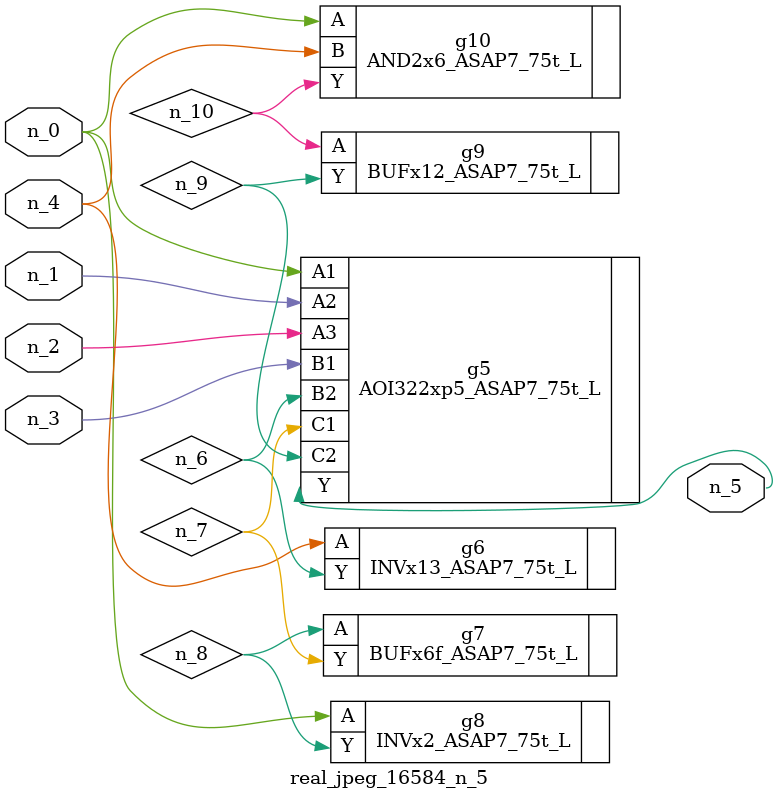
<source format=v>
module real_jpeg_16584_n_5 (n_4, n_0, n_1, n_2, n_3, n_5);

input n_4;
input n_0;
input n_1;
input n_2;
input n_3;

output n_5;

wire n_8;
wire n_6;
wire n_7;
wire n_10;
wire n_9;

AOI322xp5_ASAP7_75t_L g5 ( 
.A1(n_0),
.A2(n_1),
.A3(n_2),
.B1(n_3),
.B2(n_6),
.C1(n_7),
.C2(n_9),
.Y(n_5)
);

INVx2_ASAP7_75t_L g8 ( 
.A(n_0),
.Y(n_8)
);

AND2x6_ASAP7_75t_L g10 ( 
.A(n_0),
.B(n_4),
.Y(n_10)
);

INVx13_ASAP7_75t_L g6 ( 
.A(n_4),
.Y(n_6)
);

BUFx6f_ASAP7_75t_L g7 ( 
.A(n_8),
.Y(n_7)
);

BUFx12_ASAP7_75t_L g9 ( 
.A(n_10),
.Y(n_9)
);


endmodule
</source>
